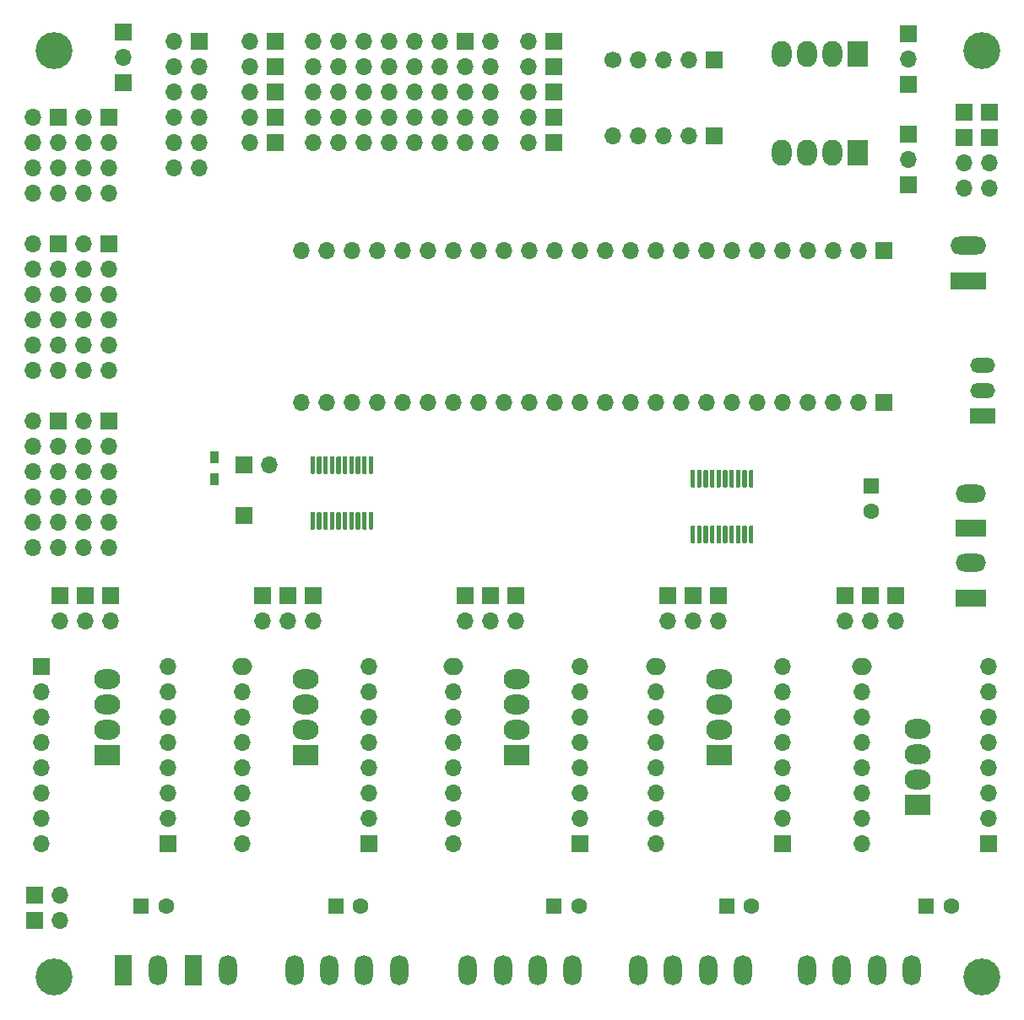
<source format=gts>
G04 #@! TF.GenerationSoftware,KiCad,Pcbnew,(5.1.10)-1*
G04 #@! TF.CreationDate,2022-05-29T18:24:23-07:00*
G04 #@! TF.ProjectId,5Rose_030_Blue,35526f73-655f-4303-9330-5f426c75652e,rev?*
G04 #@! TF.SameCoordinates,Original*
G04 #@! TF.FileFunction,Soldermask,Top*
G04 #@! TF.FilePolarity,Negative*
%FSLAX46Y46*%
G04 Gerber Fmt 4.6, Leading zero omitted, Abs format (unit mm)*
G04 Created by KiCad (PCBNEW (5.1.10)-1) date 2022-05-29 18:24:23*
%MOMM*%
%LPD*%
G01*
G04 APERTURE LIST*
%ADD10R,1.700000X1.700000*%
%ADD11O,1.700000X1.700000*%
%ADD12O,2.600000X2.000000*%
%ADD13R,2.600000X2.000000*%
%ADD14C,3.700000*%
%ADD15O,1.998980X1.700000*%
%ADD16O,1.800000X3.048000*%
%ADD17C,1.600000*%
%ADD18R,1.600000X1.600000*%
%ADD19R,2.000000X2.600000*%
%ADD20O,2.000000X2.600000*%
%ADD21O,2.000000X1.700000*%
%ADD22R,2.500000X1.500000*%
%ADD23O,2.500000X1.500000*%
%ADD24R,1.800000X3.048000*%
%ADD25R,3.600000X1.800000*%
%ADD26O,3.600000X1.800000*%
%ADD27O,3.048000X1.800000*%
%ADD28R,3.048000X1.800000*%
%ADD29C,1.700000*%
%ADD30R,0.900000X1.200000*%
G04 APERTURE END LIST*
D10*
X183743600Y-88239600D03*
D11*
X181203600Y-88239600D03*
X178663600Y-88239600D03*
X176123600Y-88239600D03*
X173583600Y-88239600D03*
X118110000Y-164465000D03*
D10*
X115570000Y-164465000D03*
D11*
X143510000Y-88900000D03*
X143510000Y-86360000D03*
X143510000Y-83820000D03*
X143510000Y-81280000D03*
X143510000Y-78740000D03*
X146050000Y-88900000D03*
X146050000Y-86360000D03*
X146050000Y-83820000D03*
X146050000Y-81280000D03*
X146050000Y-78740000D03*
X148590000Y-78740000D03*
X148590000Y-81280000D03*
X148590000Y-83820000D03*
X148590000Y-86360000D03*
X148590000Y-88900000D03*
X151130000Y-78740000D03*
X151130000Y-81280000D03*
X151130000Y-83820000D03*
X151130000Y-86360000D03*
X151130000Y-88900000D03*
D12*
X142773400Y-142748000D03*
X142773400Y-145288000D03*
X142773400Y-147828000D03*
D13*
X142773400Y-150368000D03*
D14*
X210546000Y-172700000D03*
X117546000Y-172700000D03*
X210546000Y-79700000D03*
X117546000Y-79700000D03*
D15*
X177901600Y-141478000D03*
D11*
X177901600Y-144018000D03*
X177901600Y-146558000D03*
X177901600Y-149098000D03*
X177901600Y-151638000D03*
X177901600Y-154178000D03*
X177901600Y-156718000D03*
X177901600Y-159258000D03*
D10*
X167640000Y-78740000D03*
D11*
X165100000Y-78740000D03*
D10*
X167640000Y-81280000D03*
D11*
X165100000Y-81280000D03*
D10*
X167640000Y-83820000D03*
D11*
X165100000Y-83820000D03*
D10*
X167640000Y-86360000D03*
D11*
X165100000Y-86360000D03*
D10*
X167640000Y-88900000D03*
D11*
X165100000Y-88900000D03*
X137160000Y-88900000D03*
D10*
X139700000Y-88900000D03*
D11*
X137160000Y-86360000D03*
D10*
X139700000Y-86360000D03*
D11*
X137160000Y-83820000D03*
D10*
X139700000Y-83820000D03*
D11*
X137160000Y-81280000D03*
D10*
X139700000Y-81280000D03*
D11*
X137160000Y-78740000D03*
D10*
X139700000Y-78740000D03*
D16*
X193040000Y-171958000D03*
X196540000Y-171958000D03*
X200040000Y-171958000D03*
X203540000Y-171958000D03*
X186598200Y-171958000D03*
X183098200Y-171958000D03*
X179598200Y-171958000D03*
X176098200Y-171958000D03*
X169516700Y-171958000D03*
X166016700Y-171958000D03*
X162516700Y-171958000D03*
X159016700Y-171958000D03*
X141605000Y-171958000D03*
X145105000Y-171958000D03*
X148605000Y-171958000D03*
X152105000Y-171958000D03*
D10*
X211302600Y-85928199D03*
X211302600Y-88468199D03*
D11*
X211302600Y-91008199D03*
X211302600Y-93548199D03*
X208762600Y-93548200D03*
X208762600Y-91008200D03*
D10*
X208762600Y-88468200D03*
X208762600Y-85928200D03*
D17*
X199466200Y-125931300D03*
D18*
X199466200Y-123431300D03*
D13*
X204139800Y-155435300D03*
D12*
X204139800Y-152895300D03*
X204139800Y-150355300D03*
X204139800Y-147815300D03*
D19*
X198120000Y-89979500D03*
D20*
X195580000Y-89979500D03*
X193040000Y-89979500D03*
X190500000Y-89979500D03*
X190500000Y-80010000D03*
X193040000Y-80010000D03*
X195580000Y-80010000D03*
D19*
X198120000Y-80010000D03*
D12*
X184251600Y-142748000D03*
X184251600Y-145288000D03*
X184251600Y-147828000D03*
D13*
X184251600Y-150368000D03*
X163944300Y-150368000D03*
D12*
X163944300Y-147828000D03*
X163944300Y-145288000D03*
X163944300Y-142748000D03*
D10*
X143510000Y-134366000D03*
D11*
X143510000Y-136906000D03*
D10*
X140970000Y-134366000D03*
D11*
X140970000Y-136906000D03*
D10*
X138430000Y-134366000D03*
D11*
X138430000Y-136906000D03*
X158750000Y-136906000D03*
D10*
X158750000Y-134366000D03*
D11*
X161290000Y-136906000D03*
D10*
X161290000Y-134366000D03*
D11*
X163830000Y-136906000D03*
D10*
X163830000Y-134366000D03*
X201930000Y-134366000D03*
D11*
X201930000Y-136906000D03*
D10*
X199390000Y-134366000D03*
D11*
X199390000Y-136906000D03*
D10*
X196850000Y-134366000D03*
D11*
X196850000Y-136906000D03*
X179070000Y-136906000D03*
D10*
X179070000Y-134366000D03*
D11*
X181610000Y-136906000D03*
D10*
X181610000Y-134366000D03*
D11*
X184150000Y-136906000D03*
D10*
X184150000Y-134366000D03*
D17*
X187488200Y-165544500D03*
D18*
X184988200Y-165544500D03*
D10*
X203200000Y-93147154D03*
D11*
X203200000Y-90607154D03*
D10*
X203200000Y-88067154D03*
X203200000Y-78054200D03*
D11*
X203200000Y-80594200D03*
D10*
X203200000Y-83134200D03*
X124460000Y-77876400D03*
D11*
X124460000Y-80416400D03*
D10*
X124460000Y-82956400D03*
D21*
X198501000Y-141478000D03*
D11*
X198501000Y-144018000D03*
X198501000Y-146558000D03*
X198501000Y-149098000D03*
X198501000Y-151638000D03*
X198501000Y-154178000D03*
X198501000Y-156718000D03*
X198501000Y-159258000D03*
X211201000Y-141478000D03*
X211201000Y-144018000D03*
X211201000Y-146558000D03*
X211201000Y-149098000D03*
X211201000Y-151638000D03*
X211201000Y-154178000D03*
X211201000Y-156718000D03*
D10*
X211201000Y-159258000D03*
D11*
X190601600Y-141478000D03*
X190601600Y-144018000D03*
X190601600Y-146558000D03*
X190601600Y-149098000D03*
X190601600Y-151638000D03*
X190601600Y-154178000D03*
X190601600Y-156718000D03*
D10*
X190601600Y-159258000D03*
D21*
X157594300Y-141478000D03*
D11*
X157594300Y-144018000D03*
X157594300Y-146558000D03*
X157594300Y-149098000D03*
X157594300Y-151638000D03*
X157594300Y-154178000D03*
X157594300Y-156718000D03*
X157594300Y-159258000D03*
D21*
X136398000Y-141478000D03*
D11*
X136398000Y-144018000D03*
X136398000Y-146558000D03*
X136398000Y-149098000D03*
X136398000Y-151638000D03*
X136398000Y-154178000D03*
X136398000Y-156718000D03*
X136398000Y-159258000D03*
X170294300Y-141478000D03*
X170294300Y-144018000D03*
X170294300Y-146558000D03*
X170294300Y-149098000D03*
X170294300Y-151638000D03*
X170294300Y-154178000D03*
X170294300Y-156718000D03*
D10*
X170294300Y-159258000D03*
D11*
X149098000Y-141478000D03*
X149098000Y-144018000D03*
X149098000Y-146558000D03*
X149098000Y-149098000D03*
X149098000Y-151638000D03*
X149098000Y-154178000D03*
X149098000Y-156718000D03*
D10*
X149098000Y-159258000D03*
D22*
X210629500Y-116357400D03*
D23*
X210629500Y-113817400D03*
X210629500Y-111277400D03*
D17*
X148257900Y-165544500D03*
D18*
X145757900Y-165544500D03*
X167652700Y-165544500D03*
D17*
X170152700Y-165544500D03*
X207478000Y-165544500D03*
D18*
X204978000Y-165544500D03*
D11*
X153670000Y-78740000D03*
X153670000Y-81280000D03*
X153670000Y-83820000D03*
X153670000Y-86360000D03*
X153670000Y-88900000D03*
X156210000Y-88900000D03*
X156210000Y-86360000D03*
X156210000Y-83820000D03*
X156210000Y-81280000D03*
X156210000Y-78740000D03*
D16*
X134960000Y-171958000D03*
D24*
X131460000Y-171958000D03*
D16*
X127960000Y-171958000D03*
D24*
X124460000Y-171958000D03*
D11*
X116205000Y-159258000D03*
X116205000Y-156718000D03*
X116205000Y-154178000D03*
X116205000Y-151638000D03*
X116205000Y-149098000D03*
X116205000Y-146558000D03*
X116205000Y-144018000D03*
D10*
X116205000Y-141478000D03*
X128905000Y-159258000D03*
D11*
X128905000Y-156718000D03*
X128905000Y-154178000D03*
X128905000Y-151638000D03*
X128905000Y-149098000D03*
X128905000Y-146558000D03*
X128905000Y-144018000D03*
X128905000Y-141478000D03*
X118110000Y-136906000D03*
D10*
X118110000Y-134366000D03*
D11*
X120650000Y-136906000D03*
D10*
X120650000Y-134366000D03*
D11*
X123190000Y-136906000D03*
D10*
X123190000Y-134366000D03*
D12*
X122809000Y-142748000D03*
X122809000Y-145288000D03*
X122809000Y-147828000D03*
D13*
X122809000Y-150368000D03*
D17*
X128738000Y-165544500D03*
D18*
X126238000Y-165544500D03*
D25*
X209219800Y-102781100D03*
D26*
X209219800Y-99281100D03*
D11*
X139141200Y-121285000D03*
D10*
X136601200Y-121285000D03*
D11*
X161290000Y-88900000D03*
X161290000Y-86360000D03*
X161290000Y-83820000D03*
X161290000Y-81280000D03*
X161290000Y-78740000D03*
D10*
X115570000Y-167005000D03*
D11*
X118110000Y-167005000D03*
D27*
X209473800Y-124120000D03*
D28*
X209473800Y-127620000D03*
D27*
X209473800Y-131120000D03*
D28*
X209473800Y-134620000D03*
D11*
X120472200Y-93980000D03*
X123012200Y-93980000D03*
X120472200Y-91440000D03*
X123012200Y-91440000D03*
X120472200Y-88900000D03*
X123012200Y-88900000D03*
X120472200Y-86360000D03*
D10*
X123012200Y-86360000D03*
D11*
X120472200Y-129540000D03*
X123012200Y-129540000D03*
X120472200Y-127000000D03*
X123012200Y-127000000D03*
X120472200Y-124460000D03*
X123012200Y-124460000D03*
X120472200Y-121920000D03*
X123012200Y-121920000D03*
X120472200Y-119380000D03*
X123012200Y-119380000D03*
X120472200Y-116840000D03*
D10*
X123012200Y-116840000D03*
D11*
X115392200Y-93980000D03*
X117932200Y-93980000D03*
X115392200Y-91440000D03*
X117932200Y-91440000D03*
X115392200Y-88900000D03*
X117932200Y-88900000D03*
X115392200Y-86360000D03*
D10*
X117932200Y-86360000D03*
D11*
X115392200Y-111760000D03*
X117932200Y-111760000D03*
X115392200Y-109220000D03*
X117932200Y-109220000D03*
X115392200Y-106680000D03*
X117932200Y-106680000D03*
X115392200Y-104140000D03*
X117932200Y-104140000D03*
X115392200Y-101600000D03*
X117932200Y-101600000D03*
X115392200Y-99060000D03*
D10*
X117932200Y-99060000D03*
X123012200Y-99060000D03*
D11*
X120472200Y-99060000D03*
X123012200Y-101600000D03*
X120472200Y-101600000D03*
X123012200Y-104140000D03*
X120472200Y-104140000D03*
X123012200Y-106680000D03*
X120472200Y-106680000D03*
X123012200Y-109220000D03*
X120472200Y-109220000D03*
X123012200Y-111760000D03*
X120472200Y-111760000D03*
X115392200Y-129540000D03*
X117932200Y-129540000D03*
X115392200Y-127000000D03*
X117932200Y-127000000D03*
X115392200Y-124460000D03*
X117932200Y-124460000D03*
X115392200Y-121920000D03*
X117932200Y-121920000D03*
X115392200Y-119380000D03*
X117932200Y-119380000D03*
X115392200Y-116840000D03*
D10*
X117932200Y-116840000D03*
X183743600Y-80619600D03*
D11*
X181203600Y-80619600D03*
X178663600Y-80619600D03*
X176123600Y-80619600D03*
D29*
X173583600Y-80619600D03*
D11*
X158750000Y-88900000D03*
X158750000Y-86360000D03*
X158750000Y-83820000D03*
X158750000Y-81280000D03*
D10*
X158750000Y-78740000D03*
D11*
X129540000Y-91440000D03*
X132080000Y-91440000D03*
X129540000Y-88900000D03*
X132080000Y-88900000D03*
X129540000Y-86360000D03*
X132080000Y-86360000D03*
X129540000Y-83820000D03*
X132080000Y-83820000D03*
X129540000Y-81280000D03*
X132080000Y-81280000D03*
X129540000Y-78740000D03*
D10*
X132080000Y-78740000D03*
X200774300Y-99745800D03*
D11*
X198234300Y-99745800D03*
X195694300Y-99745800D03*
X193154300Y-99745800D03*
X190614300Y-99745800D03*
X188074300Y-99745800D03*
X185534300Y-99745800D03*
X182994300Y-99745800D03*
X180454300Y-99745800D03*
X177914300Y-99745800D03*
X175374300Y-99745800D03*
X172834300Y-99745800D03*
X170294300Y-99745800D03*
X167754300Y-99745800D03*
X165214300Y-99745800D03*
X162674300Y-99745800D03*
X160134300Y-99745800D03*
X157594300Y-99745800D03*
X155054300Y-99745800D03*
X152514300Y-99745800D03*
X149974300Y-99745800D03*
X147434300Y-99745800D03*
X144894300Y-99745800D03*
X142354300Y-99745800D03*
X142354300Y-114985800D03*
X144894300Y-114985800D03*
X147434300Y-114985800D03*
X149974300Y-114985800D03*
X152514300Y-114985800D03*
X155054300Y-114985800D03*
X157594300Y-114985800D03*
X160134300Y-114985800D03*
X162674300Y-114985800D03*
X165214300Y-114985800D03*
X167754300Y-114985800D03*
X170294300Y-114985800D03*
X172834300Y-114985800D03*
X175374300Y-114985800D03*
X177914300Y-114985800D03*
X180454300Y-114985800D03*
X182994300Y-114985800D03*
X185534300Y-114985800D03*
X188074300Y-114985800D03*
X190614300Y-114985800D03*
X193154300Y-114985800D03*
X195694300Y-114985800D03*
X198234300Y-114985800D03*
D10*
X200774300Y-114985800D03*
G36*
G01*
X182380600Y-123539500D02*
X182080600Y-123539500D01*
G75*
G02*
X182004400Y-123463300I0J76200D01*
G01*
X182004400Y-121863300D01*
G75*
G02*
X182080600Y-121787100I76200J0D01*
G01*
X182380600Y-121787100D01*
G75*
G02*
X182456800Y-121863300I0J-76200D01*
G01*
X182456800Y-123463300D01*
G75*
G02*
X182380600Y-123539500I-76200J0D01*
G01*
G37*
G36*
G01*
X181730600Y-123539500D02*
X181430600Y-123539500D01*
G75*
G02*
X181354400Y-123463300I0J76200D01*
G01*
X181354400Y-121863300D01*
G75*
G02*
X181430600Y-121787100I76200J0D01*
G01*
X181730600Y-121787100D01*
G75*
G02*
X181806800Y-121863300I0J-76200D01*
G01*
X181806800Y-123463300D01*
G75*
G02*
X181730600Y-123539500I-76200J0D01*
G01*
G37*
G36*
G01*
X183030600Y-123539500D02*
X182730600Y-123539500D01*
G75*
G02*
X182654400Y-123463300I0J76200D01*
G01*
X182654400Y-121863300D01*
G75*
G02*
X182730600Y-121787100I76200J0D01*
G01*
X183030600Y-121787100D01*
G75*
G02*
X183106800Y-121863300I0J-76200D01*
G01*
X183106800Y-123463300D01*
G75*
G02*
X183030600Y-123539500I-76200J0D01*
G01*
G37*
G36*
G01*
X183680600Y-123539500D02*
X183380600Y-123539500D01*
G75*
G02*
X183304400Y-123463300I0J76200D01*
G01*
X183304400Y-121863300D01*
G75*
G02*
X183380600Y-121787100I76200J0D01*
G01*
X183680600Y-121787100D01*
G75*
G02*
X183756800Y-121863300I0J-76200D01*
G01*
X183756800Y-123463300D01*
G75*
G02*
X183680600Y-123539500I-76200J0D01*
G01*
G37*
G36*
G01*
X184330600Y-123539500D02*
X184030600Y-123539500D01*
G75*
G02*
X183954400Y-123463300I0J76200D01*
G01*
X183954400Y-121863300D01*
G75*
G02*
X184030600Y-121787100I76200J0D01*
G01*
X184330600Y-121787100D01*
G75*
G02*
X184406800Y-121863300I0J-76200D01*
G01*
X184406800Y-123463300D01*
G75*
G02*
X184330600Y-123539500I-76200J0D01*
G01*
G37*
G36*
G01*
X184980600Y-123539500D02*
X184680600Y-123539500D01*
G75*
G02*
X184604400Y-123463300I0J76200D01*
G01*
X184604400Y-121863300D01*
G75*
G02*
X184680600Y-121787100I76200J0D01*
G01*
X184980600Y-121787100D01*
G75*
G02*
X185056800Y-121863300I0J-76200D01*
G01*
X185056800Y-123463300D01*
G75*
G02*
X184980600Y-123539500I-76200J0D01*
G01*
G37*
G36*
G01*
X185630600Y-123539500D02*
X185330600Y-123539500D01*
G75*
G02*
X185254400Y-123463300I0J76200D01*
G01*
X185254400Y-121863300D01*
G75*
G02*
X185330600Y-121787100I76200J0D01*
G01*
X185630600Y-121787100D01*
G75*
G02*
X185706800Y-121863300I0J-76200D01*
G01*
X185706800Y-123463300D01*
G75*
G02*
X185630600Y-123539500I-76200J0D01*
G01*
G37*
G36*
G01*
X186280600Y-123539500D02*
X185980600Y-123539500D01*
G75*
G02*
X185904400Y-123463300I0J76200D01*
G01*
X185904400Y-121863300D01*
G75*
G02*
X185980600Y-121787100I76200J0D01*
G01*
X186280600Y-121787100D01*
G75*
G02*
X186356800Y-121863300I0J-76200D01*
G01*
X186356800Y-123463300D01*
G75*
G02*
X186280600Y-123539500I-76200J0D01*
G01*
G37*
G36*
G01*
X187580600Y-129139500D02*
X187280600Y-129139500D01*
G75*
G02*
X187204400Y-129063300I0J76200D01*
G01*
X187204400Y-127463300D01*
G75*
G02*
X187280600Y-127387100I76200J0D01*
G01*
X187580600Y-127387100D01*
G75*
G02*
X187656800Y-127463300I0J-76200D01*
G01*
X187656800Y-129063300D01*
G75*
G02*
X187580600Y-129139500I-76200J0D01*
G01*
G37*
G36*
G01*
X186930600Y-129139500D02*
X186630600Y-129139500D01*
G75*
G02*
X186554400Y-129063300I0J76200D01*
G01*
X186554400Y-127463300D01*
G75*
G02*
X186630600Y-127387100I76200J0D01*
G01*
X186930600Y-127387100D01*
G75*
G02*
X187006800Y-127463300I0J-76200D01*
G01*
X187006800Y-129063300D01*
G75*
G02*
X186930600Y-129139500I-76200J0D01*
G01*
G37*
G36*
G01*
X186280600Y-129139500D02*
X185980600Y-129139500D01*
G75*
G02*
X185904400Y-129063300I0J76200D01*
G01*
X185904400Y-127463300D01*
G75*
G02*
X185980600Y-127387100I76200J0D01*
G01*
X186280600Y-127387100D01*
G75*
G02*
X186356800Y-127463300I0J-76200D01*
G01*
X186356800Y-129063300D01*
G75*
G02*
X186280600Y-129139500I-76200J0D01*
G01*
G37*
G36*
G01*
X185630600Y-129139500D02*
X185330600Y-129139500D01*
G75*
G02*
X185254400Y-129063300I0J76200D01*
G01*
X185254400Y-127463300D01*
G75*
G02*
X185330600Y-127387100I76200J0D01*
G01*
X185630600Y-127387100D01*
G75*
G02*
X185706800Y-127463300I0J-76200D01*
G01*
X185706800Y-129063300D01*
G75*
G02*
X185630600Y-129139500I-76200J0D01*
G01*
G37*
G36*
G01*
X181730600Y-129139500D02*
X181430600Y-129139500D01*
G75*
G02*
X181354400Y-129063300I0J76200D01*
G01*
X181354400Y-127463300D01*
G75*
G02*
X181430600Y-127387100I76200J0D01*
G01*
X181730600Y-127387100D01*
G75*
G02*
X181806800Y-127463300I0J-76200D01*
G01*
X181806800Y-129063300D01*
G75*
G02*
X181730600Y-129139500I-76200J0D01*
G01*
G37*
G36*
G01*
X182380600Y-129139500D02*
X182080600Y-129139500D01*
G75*
G02*
X182004400Y-129063300I0J76200D01*
G01*
X182004400Y-127463300D01*
G75*
G02*
X182080600Y-127387100I76200J0D01*
G01*
X182380600Y-127387100D01*
G75*
G02*
X182456800Y-127463300I0J-76200D01*
G01*
X182456800Y-129063300D01*
G75*
G02*
X182380600Y-129139500I-76200J0D01*
G01*
G37*
G36*
G01*
X183030600Y-129139500D02*
X182730600Y-129139500D01*
G75*
G02*
X182654400Y-129063300I0J76200D01*
G01*
X182654400Y-127463300D01*
G75*
G02*
X182730600Y-127387100I76200J0D01*
G01*
X183030600Y-127387100D01*
G75*
G02*
X183106800Y-127463300I0J-76200D01*
G01*
X183106800Y-129063300D01*
G75*
G02*
X183030600Y-129139500I-76200J0D01*
G01*
G37*
G36*
G01*
X183680600Y-129139500D02*
X183380600Y-129139500D01*
G75*
G02*
X183304400Y-129063300I0J76200D01*
G01*
X183304400Y-127463300D01*
G75*
G02*
X183380600Y-127387100I76200J0D01*
G01*
X183680600Y-127387100D01*
G75*
G02*
X183756800Y-127463300I0J-76200D01*
G01*
X183756800Y-129063300D01*
G75*
G02*
X183680600Y-129139500I-76200J0D01*
G01*
G37*
G36*
G01*
X184330600Y-129139500D02*
X184030600Y-129139500D01*
G75*
G02*
X183954400Y-129063300I0J76200D01*
G01*
X183954400Y-127463300D01*
G75*
G02*
X184030600Y-127387100I76200J0D01*
G01*
X184330600Y-127387100D01*
G75*
G02*
X184406800Y-127463300I0J-76200D01*
G01*
X184406800Y-129063300D01*
G75*
G02*
X184330600Y-129139500I-76200J0D01*
G01*
G37*
G36*
G01*
X184980600Y-129139500D02*
X184680600Y-129139500D01*
G75*
G02*
X184604400Y-129063300I0J76200D01*
G01*
X184604400Y-127463300D01*
G75*
G02*
X184680600Y-127387100I76200J0D01*
G01*
X184980600Y-127387100D01*
G75*
G02*
X185056800Y-127463300I0J-76200D01*
G01*
X185056800Y-129063300D01*
G75*
G02*
X184980600Y-129139500I-76200J0D01*
G01*
G37*
G36*
G01*
X186930600Y-123539500D02*
X186630600Y-123539500D01*
G75*
G02*
X186554400Y-123463300I0J76200D01*
G01*
X186554400Y-121863300D01*
G75*
G02*
X186630600Y-121787100I76200J0D01*
G01*
X186930600Y-121787100D01*
G75*
G02*
X187006800Y-121863300I0J-76200D01*
G01*
X187006800Y-123463300D01*
G75*
G02*
X186930600Y-123539500I-76200J0D01*
G01*
G37*
G36*
G01*
X187580600Y-123539500D02*
X187280600Y-123539500D01*
G75*
G02*
X187204400Y-123463300I0J76200D01*
G01*
X187204400Y-121863300D01*
G75*
G02*
X187280600Y-121787100I76200J0D01*
G01*
X187580600Y-121787100D01*
G75*
G02*
X187656800Y-121863300I0J-76200D01*
G01*
X187656800Y-123463300D01*
G75*
G02*
X187580600Y-123539500I-76200J0D01*
G01*
G37*
G36*
G01*
X144255200Y-122167900D02*
X143955200Y-122167900D01*
G75*
G02*
X143879000Y-122091700I0J76200D01*
G01*
X143879000Y-120491700D01*
G75*
G02*
X143955200Y-120415500I76200J0D01*
G01*
X144255200Y-120415500D01*
G75*
G02*
X144331400Y-120491700I0J-76200D01*
G01*
X144331400Y-122091700D01*
G75*
G02*
X144255200Y-122167900I-76200J0D01*
G01*
G37*
G36*
G01*
X143605200Y-122167900D02*
X143305200Y-122167900D01*
G75*
G02*
X143229000Y-122091700I0J76200D01*
G01*
X143229000Y-120491700D01*
G75*
G02*
X143305200Y-120415500I76200J0D01*
G01*
X143605200Y-120415500D01*
G75*
G02*
X143681400Y-120491700I0J-76200D01*
G01*
X143681400Y-122091700D01*
G75*
G02*
X143605200Y-122167900I-76200J0D01*
G01*
G37*
G36*
G01*
X144905200Y-122167900D02*
X144605200Y-122167900D01*
G75*
G02*
X144529000Y-122091700I0J76200D01*
G01*
X144529000Y-120491700D01*
G75*
G02*
X144605200Y-120415500I76200J0D01*
G01*
X144905200Y-120415500D01*
G75*
G02*
X144981400Y-120491700I0J-76200D01*
G01*
X144981400Y-122091700D01*
G75*
G02*
X144905200Y-122167900I-76200J0D01*
G01*
G37*
G36*
G01*
X145555200Y-122167900D02*
X145255200Y-122167900D01*
G75*
G02*
X145179000Y-122091700I0J76200D01*
G01*
X145179000Y-120491700D01*
G75*
G02*
X145255200Y-120415500I76200J0D01*
G01*
X145555200Y-120415500D01*
G75*
G02*
X145631400Y-120491700I0J-76200D01*
G01*
X145631400Y-122091700D01*
G75*
G02*
X145555200Y-122167900I-76200J0D01*
G01*
G37*
G36*
G01*
X146205200Y-122167900D02*
X145905200Y-122167900D01*
G75*
G02*
X145829000Y-122091700I0J76200D01*
G01*
X145829000Y-120491700D01*
G75*
G02*
X145905200Y-120415500I76200J0D01*
G01*
X146205200Y-120415500D01*
G75*
G02*
X146281400Y-120491700I0J-76200D01*
G01*
X146281400Y-122091700D01*
G75*
G02*
X146205200Y-122167900I-76200J0D01*
G01*
G37*
G36*
G01*
X146855200Y-122167900D02*
X146555200Y-122167900D01*
G75*
G02*
X146479000Y-122091700I0J76200D01*
G01*
X146479000Y-120491700D01*
G75*
G02*
X146555200Y-120415500I76200J0D01*
G01*
X146855200Y-120415500D01*
G75*
G02*
X146931400Y-120491700I0J-76200D01*
G01*
X146931400Y-122091700D01*
G75*
G02*
X146855200Y-122167900I-76200J0D01*
G01*
G37*
G36*
G01*
X147505200Y-122167900D02*
X147205200Y-122167900D01*
G75*
G02*
X147129000Y-122091700I0J76200D01*
G01*
X147129000Y-120491700D01*
G75*
G02*
X147205200Y-120415500I76200J0D01*
G01*
X147505200Y-120415500D01*
G75*
G02*
X147581400Y-120491700I0J-76200D01*
G01*
X147581400Y-122091700D01*
G75*
G02*
X147505200Y-122167900I-76200J0D01*
G01*
G37*
G36*
G01*
X148155200Y-122167900D02*
X147855200Y-122167900D01*
G75*
G02*
X147779000Y-122091700I0J76200D01*
G01*
X147779000Y-120491700D01*
G75*
G02*
X147855200Y-120415500I76200J0D01*
G01*
X148155200Y-120415500D01*
G75*
G02*
X148231400Y-120491700I0J-76200D01*
G01*
X148231400Y-122091700D01*
G75*
G02*
X148155200Y-122167900I-76200J0D01*
G01*
G37*
G36*
G01*
X149455200Y-127767900D02*
X149155200Y-127767900D01*
G75*
G02*
X149079000Y-127691700I0J76200D01*
G01*
X149079000Y-126091700D01*
G75*
G02*
X149155200Y-126015500I76200J0D01*
G01*
X149455200Y-126015500D01*
G75*
G02*
X149531400Y-126091700I0J-76200D01*
G01*
X149531400Y-127691700D01*
G75*
G02*
X149455200Y-127767900I-76200J0D01*
G01*
G37*
G36*
G01*
X148805200Y-127767900D02*
X148505200Y-127767900D01*
G75*
G02*
X148429000Y-127691700I0J76200D01*
G01*
X148429000Y-126091700D01*
G75*
G02*
X148505200Y-126015500I76200J0D01*
G01*
X148805200Y-126015500D01*
G75*
G02*
X148881400Y-126091700I0J-76200D01*
G01*
X148881400Y-127691700D01*
G75*
G02*
X148805200Y-127767900I-76200J0D01*
G01*
G37*
G36*
G01*
X148155200Y-127767900D02*
X147855200Y-127767900D01*
G75*
G02*
X147779000Y-127691700I0J76200D01*
G01*
X147779000Y-126091700D01*
G75*
G02*
X147855200Y-126015500I76200J0D01*
G01*
X148155200Y-126015500D01*
G75*
G02*
X148231400Y-126091700I0J-76200D01*
G01*
X148231400Y-127691700D01*
G75*
G02*
X148155200Y-127767900I-76200J0D01*
G01*
G37*
G36*
G01*
X147505200Y-127767900D02*
X147205200Y-127767900D01*
G75*
G02*
X147129000Y-127691700I0J76200D01*
G01*
X147129000Y-126091700D01*
G75*
G02*
X147205200Y-126015500I76200J0D01*
G01*
X147505200Y-126015500D01*
G75*
G02*
X147581400Y-126091700I0J-76200D01*
G01*
X147581400Y-127691700D01*
G75*
G02*
X147505200Y-127767900I-76200J0D01*
G01*
G37*
G36*
G01*
X143605200Y-127767900D02*
X143305200Y-127767900D01*
G75*
G02*
X143229000Y-127691700I0J76200D01*
G01*
X143229000Y-126091700D01*
G75*
G02*
X143305200Y-126015500I76200J0D01*
G01*
X143605200Y-126015500D01*
G75*
G02*
X143681400Y-126091700I0J-76200D01*
G01*
X143681400Y-127691700D01*
G75*
G02*
X143605200Y-127767900I-76200J0D01*
G01*
G37*
G36*
G01*
X144255200Y-127767900D02*
X143955200Y-127767900D01*
G75*
G02*
X143879000Y-127691700I0J76200D01*
G01*
X143879000Y-126091700D01*
G75*
G02*
X143955200Y-126015500I76200J0D01*
G01*
X144255200Y-126015500D01*
G75*
G02*
X144331400Y-126091700I0J-76200D01*
G01*
X144331400Y-127691700D01*
G75*
G02*
X144255200Y-127767900I-76200J0D01*
G01*
G37*
G36*
G01*
X144905200Y-127767900D02*
X144605200Y-127767900D01*
G75*
G02*
X144529000Y-127691700I0J76200D01*
G01*
X144529000Y-126091700D01*
G75*
G02*
X144605200Y-126015500I76200J0D01*
G01*
X144905200Y-126015500D01*
G75*
G02*
X144981400Y-126091700I0J-76200D01*
G01*
X144981400Y-127691700D01*
G75*
G02*
X144905200Y-127767900I-76200J0D01*
G01*
G37*
G36*
G01*
X145555200Y-127767900D02*
X145255200Y-127767900D01*
G75*
G02*
X145179000Y-127691700I0J76200D01*
G01*
X145179000Y-126091700D01*
G75*
G02*
X145255200Y-126015500I76200J0D01*
G01*
X145555200Y-126015500D01*
G75*
G02*
X145631400Y-126091700I0J-76200D01*
G01*
X145631400Y-127691700D01*
G75*
G02*
X145555200Y-127767900I-76200J0D01*
G01*
G37*
G36*
G01*
X146205200Y-127767900D02*
X145905200Y-127767900D01*
G75*
G02*
X145829000Y-127691700I0J76200D01*
G01*
X145829000Y-126091700D01*
G75*
G02*
X145905200Y-126015500I76200J0D01*
G01*
X146205200Y-126015500D01*
G75*
G02*
X146281400Y-126091700I0J-76200D01*
G01*
X146281400Y-127691700D01*
G75*
G02*
X146205200Y-127767900I-76200J0D01*
G01*
G37*
G36*
G01*
X146855200Y-127767900D02*
X146555200Y-127767900D01*
G75*
G02*
X146479000Y-127691700I0J76200D01*
G01*
X146479000Y-126091700D01*
G75*
G02*
X146555200Y-126015500I76200J0D01*
G01*
X146855200Y-126015500D01*
G75*
G02*
X146931400Y-126091700I0J-76200D01*
G01*
X146931400Y-127691700D01*
G75*
G02*
X146855200Y-127767900I-76200J0D01*
G01*
G37*
G36*
G01*
X148805200Y-122167900D02*
X148505200Y-122167900D01*
G75*
G02*
X148429000Y-122091700I0J76200D01*
G01*
X148429000Y-120491700D01*
G75*
G02*
X148505200Y-120415500I76200J0D01*
G01*
X148805200Y-120415500D01*
G75*
G02*
X148881400Y-120491700I0J-76200D01*
G01*
X148881400Y-122091700D01*
G75*
G02*
X148805200Y-122167900I-76200J0D01*
G01*
G37*
G36*
G01*
X149455200Y-122167900D02*
X149155200Y-122167900D01*
G75*
G02*
X149079000Y-122091700I0J76200D01*
G01*
X149079000Y-120491700D01*
G75*
G02*
X149155200Y-120415500I76200J0D01*
G01*
X149455200Y-120415500D01*
G75*
G02*
X149531400Y-120491700I0J-76200D01*
G01*
X149531400Y-122091700D01*
G75*
G02*
X149455200Y-122167900I-76200J0D01*
G01*
G37*
D30*
X133604000Y-120502500D03*
X133604000Y-122702500D03*
D10*
X136601200Y-126365000D03*
M02*

</source>
